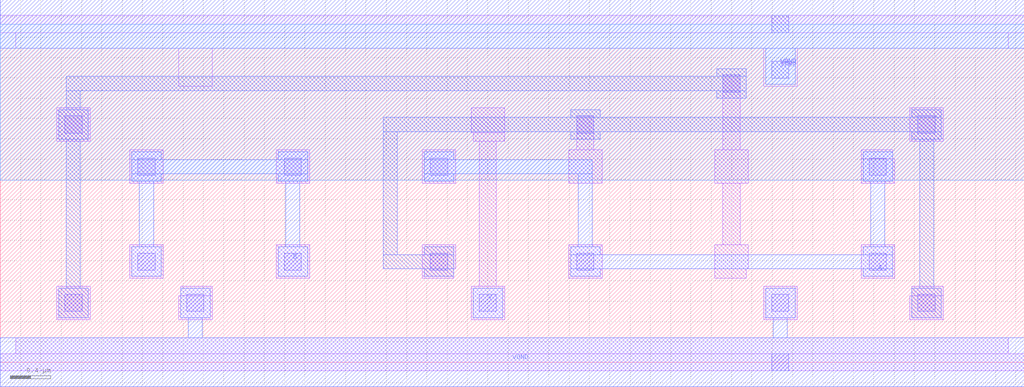
<source format=lef>
VERSION 5.7 ;
  NOWIREEXTENSIONATPIN ON ;
  DIVIDERCHAR "/" ;
  BUSBITCHARS "[]" ;
MACRO XNOR2X1
  CLASS CORE ;
  FOREIGN XNOR2X1 ;
  ORIGIN 0.000 0.000 ;
  SIZE 10.080 BY 3.330 ;
  SYMMETRY X Y ;
  SITE unit ;
  PIN A
    ANTENNAGATEAREA 0.378000 ;
    PORT
      LAYER met1 ;
        RECT 4.175 1.995 4.465 2.070 ;
        RECT 4.175 1.855 5.830 1.995 ;
        RECT 4.175 1.780 4.465 1.855 ;
        RECT 5.690 1.135 5.830 1.855 ;
        RECT 8.495 1.780 8.785 2.070 ;
        RECT 8.570 1.135 8.710 1.780 ;
        RECT 5.615 1.060 5.905 1.135 ;
        RECT 8.495 1.060 8.785 1.135 ;
        RECT 5.615 0.920 8.785 1.060 ;
        RECT 5.615 0.845 5.905 0.920 ;
        RECT 8.495 0.845 8.785 0.920 ;
    END
  END A
  PIN B
    ANTENNAGATEAREA 0.378000 ;
    PORT
      LAYER met1 ;
        RECT 1.295 1.995 1.585 2.070 ;
        RECT 2.735 1.995 3.025 2.070 ;
        RECT 1.295 1.855 3.025 1.995 ;
        RECT 1.295 1.780 1.585 1.855 ;
        RECT 2.735 1.780 3.025 1.855 ;
        RECT 1.370 1.135 1.510 1.780 ;
        RECT 2.810 1.135 2.950 1.780 ;
        RECT 1.295 0.845 1.585 1.135 ;
        RECT 2.735 0.845 3.025 1.135 ;
    END
  END B
  PIN VGND
    ANTENNADIFFAREA 1.124200 ;
    PORT
      LAYER met1 ;
        RECT 1.775 0.440 2.065 0.730 ;
        RECT 7.535 0.440 7.825 0.730 ;
        RECT 1.850 0.240 1.990 0.440 ;
        RECT 7.610 0.240 7.750 0.440 ;
        RECT 0.000 -0.240 10.080 0.240 ;
    END
    PORT
      LAYER met1 ;
        RECT 0.000 3.090 10.080 3.570 ;
        RECT 7.535 2.735 7.825 3.090 ;
    END
  END VGND
  PIN VPWR
    ANTENNADIFFAREA 2.167200 ;
    PORT
      LAYER li1 ;
        RECT 0.000 3.245 10.080 3.415 ;
        RECT 0.155 3.090 9.925 3.245 ;
        RECT 1.755 2.715 2.085 3.090 ;
        RECT 7.515 2.715 7.845 3.090 ;
      LAYER mcon ;
        RECT 7.595 3.245 7.765 3.415 ;
        RECT 7.595 2.795 7.765 2.965 ;
    END
  END VPWR
  PIN Y
    ANTENNADIFFAREA 1.661650 ;
    PORT
      LAYER met1 ;
        RECT 4.655 0.440 4.945 0.730 ;
    END
  END Y
  OBS
      LAYER nwell ;
        RECT 0.000 1.790 10.080 3.330 ;
      LAYER li1 ;
        RECT 0.555 2.175 0.885 2.505 ;
        RECT 4.635 2.260 4.965 2.505 ;
        RECT 4.655 2.175 4.965 2.260 ;
        RECT 1.275 1.760 1.605 2.090 ;
        RECT 2.715 1.760 3.045 2.090 ;
        RECT 4.155 1.760 4.485 2.090 ;
        RECT 1.275 0.825 1.605 1.155 ;
        RECT 2.715 0.825 3.045 1.155 ;
        RECT 4.155 0.920 4.485 1.155 ;
        RECT 4.155 0.825 4.465 0.920 ;
        RECT 4.715 0.750 4.885 2.175 ;
        RECT 5.675 2.090 5.845 2.425 ;
        RECT 7.115 2.090 7.285 2.830 ;
        RECT 8.955 2.175 9.285 2.505 ;
        RECT 5.595 1.760 5.925 2.090 ;
        RECT 7.035 1.760 7.365 2.090 ;
        RECT 8.475 2.005 8.785 2.090 ;
        RECT 8.475 1.760 8.805 2.005 ;
        RECT 7.115 1.155 7.285 1.760 ;
        RECT 5.595 0.825 5.925 1.155 ;
        RECT 7.035 0.920 7.365 1.155 ;
        RECT 7.035 0.825 7.345 0.920 ;
        RECT 8.475 0.825 8.805 1.155 ;
        RECT 0.555 0.420 0.885 0.750 ;
        RECT 1.775 0.655 2.085 0.750 ;
        RECT 1.755 0.420 2.085 0.655 ;
        RECT 4.635 0.420 4.965 0.750 ;
        RECT 7.515 0.420 7.845 0.750 ;
        RECT 8.975 0.655 9.285 0.750 ;
        RECT 8.955 0.420 9.285 0.655 ;
        RECT 0.155 0.085 9.925 0.240 ;
        RECT 0.000 -0.085 10.080 0.085 ;
      LAYER mcon ;
        RECT 7.115 2.660 7.285 2.830 ;
        RECT 0.635 2.255 0.805 2.425 ;
        RECT 5.675 2.255 5.845 2.425 ;
        RECT 1.355 1.840 1.525 2.010 ;
        RECT 2.795 1.840 2.965 2.010 ;
        RECT 4.235 1.840 4.405 2.010 ;
        RECT 1.355 0.905 1.525 1.075 ;
        RECT 2.795 0.905 2.965 1.075 ;
        RECT 4.235 0.905 4.405 1.075 ;
        RECT 9.035 2.255 9.205 2.425 ;
        RECT 8.555 1.840 8.725 2.010 ;
        RECT 5.675 0.905 5.845 1.075 ;
        RECT 8.555 0.905 8.725 1.075 ;
        RECT 0.635 0.500 0.805 0.670 ;
        RECT 1.835 0.500 2.005 0.670 ;
        RECT 4.715 0.500 4.885 0.670 ;
        RECT 7.595 0.500 7.765 0.670 ;
        RECT 9.035 0.500 9.205 0.670 ;
        RECT 7.595 -0.085 7.765 0.085 ;
      LAYER met1 ;
        RECT 7.055 2.815 7.345 2.890 ;
        RECT 0.650 2.675 7.345 2.815 ;
        RECT 0.650 2.485 0.790 2.675 ;
        RECT 7.055 2.600 7.345 2.675 ;
        RECT 0.575 2.195 0.865 2.485 ;
        RECT 5.615 2.410 5.905 2.485 ;
        RECT 8.975 2.410 9.265 2.485 ;
        RECT 3.770 2.270 9.265 2.410 ;
        RECT 0.650 0.730 0.790 2.195 ;
        RECT 3.770 1.060 3.910 2.270 ;
        RECT 5.615 2.195 5.905 2.270 ;
        RECT 8.975 2.195 9.265 2.270 ;
        RECT 4.175 1.060 4.465 1.135 ;
        RECT 3.770 0.920 4.465 1.060 ;
        RECT 4.175 0.845 4.465 0.920 ;
        RECT 9.050 0.730 9.190 2.195 ;
        RECT 0.575 0.440 0.865 0.730 ;
        RECT 8.975 0.440 9.265 0.730 ;
  END
END XNOR2X1
END LIBRARY


</source>
